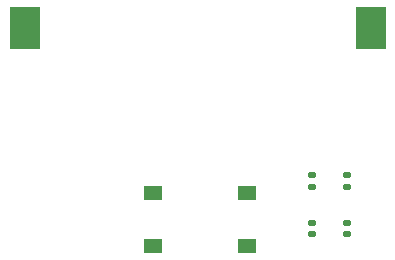
<source format=gbr>
%TF.GenerationSoftware,KiCad,Pcbnew,8.0.1*%
%TF.CreationDate,2024-04-22T22:39:20-04:00*%
%TF.ProjectId,Simple_LED,53696d70-6c65-45f4-9c45-442e6b696361,rev?*%
%TF.SameCoordinates,Original*%
%TF.FileFunction,Soldermask,Top*%
%TF.FilePolarity,Negative*%
%FSLAX46Y46*%
G04 Gerber Fmt 4.6, Leading zero omitted, Abs format (unit mm)*
G04 Created by KiCad (PCBNEW 8.0.1) date 2024-04-22 22:39:20*
%MOMM*%
%LPD*%
G01*
G04 APERTURE LIST*
G04 Aperture macros list*
%AMRoundRect*
0 Rectangle with rounded corners*
0 $1 Rounding radius*
0 $2 $3 $4 $5 $6 $7 $8 $9 X,Y pos of 4 corners*
0 Add a 4 corners polygon primitive as box body*
4,1,4,$2,$3,$4,$5,$6,$7,$8,$9,$2,$3,0*
0 Add four circle primitives for the rounded corners*
1,1,$1+$1,$2,$3*
1,1,$1+$1,$4,$5*
1,1,$1+$1,$6,$7*
1,1,$1+$1,$8,$9*
0 Add four rect primitives between the rounded corners*
20,1,$1+$1,$2,$3,$4,$5,0*
20,1,$1+$1,$4,$5,$6,$7,0*
20,1,$1+$1,$6,$7,$8,$9,0*
20,1,$1+$1,$8,$9,$2,$3,0*%
G04 Aperture macros list end*
%ADD10RoundRect,0.135000X0.185000X-0.135000X0.185000X0.135000X-0.185000X0.135000X-0.185000X-0.135000X0*%
%ADD11RoundRect,0.147500X0.172500X-0.147500X0.172500X0.147500X-0.172500X0.147500X-0.172500X-0.147500X0*%
%ADD12R,1.550000X1.300000*%
%ADD13R,2.600000X3.600000*%
G04 APERTURE END LIST*
D10*
%TO.C,R1*%
X150490000Y-92510000D03*
X150490000Y-91490000D03*
%TD*%
D11*
%TO.C,D2*%
X147515000Y-96485000D03*
X147515000Y-95515000D03*
%TD*%
%TO.C,D1*%
X150515000Y-96485000D03*
X150515000Y-95515000D03*
%TD*%
D10*
%TO.C,R2*%
X147490000Y-92510000D03*
X147490000Y-91490000D03*
%TD*%
D12*
%TO.C,SW1*%
X134050000Y-93000000D03*
X142000000Y-93000000D03*
X134050000Y-97500000D03*
X142000000Y-97500000D03*
%TD*%
D13*
%TO.C,BT1*%
X123200000Y-79000000D03*
X152500000Y-79000000D03*
%TD*%
M02*

</source>
